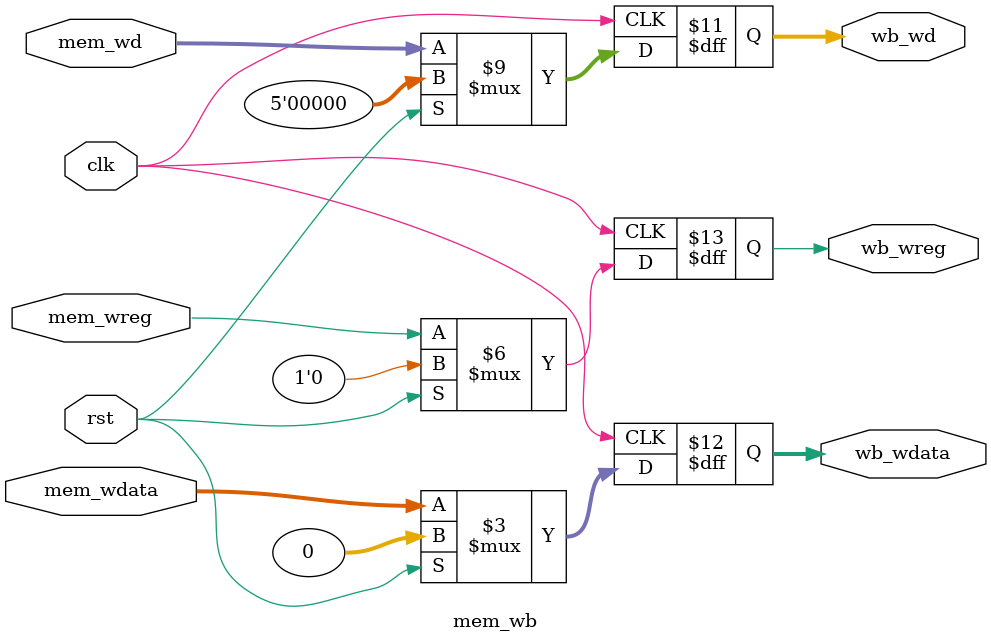
<source format=v>
    module mem_wb(
    input clk,
    input rst,

    //访存阶段的结果
    input [4:0] mem_wd,
    input [31:0] mem_wdata,
    input       mem_wreg,

    //送到回写阶段的信息
    output reg[4:0] wb_wd,
    output reg[31:0] wb_wdata,
    output reg     wb_wreg
);

always @(posedge clk) begin
    if(rst) {wb_wd,wb_wdata,wb_wreg} <= 0;
    else begin
        wb_wd <= mem_wd;
        wb_wdata <= mem_wdata;
        wb_wreg <= mem_wreg;
    end
end
endmodule // mem_wb
</source>
